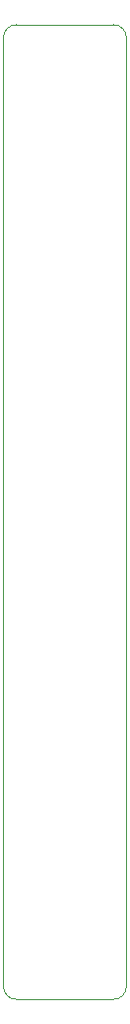
<source format=gbr>
G04 #@! TF.GenerationSoftware,KiCad,Pcbnew,(5.1.5)-3*
G04 #@! TF.CreationDate,2021-03-11T16:40:43+00:00*
G04 #@! TF.ProjectId,ProgrammingAdapter,50726f67-7261-46d6-9d69-6e6741646170,rev?*
G04 #@! TF.SameCoordinates,Original*
G04 #@! TF.FileFunction,Profile,NP*
%FSLAX46Y46*%
G04 Gerber Fmt 4.6, Leading zero omitted, Abs format (unit mm)*
G04 Created by KiCad (PCBNEW (5.1.5)-3) date 2021-03-11 16:40:43*
%MOMM*%
%LPD*%
G04 APERTURE LIST*
%ADD10C,0.050000*%
G04 APERTURE END LIST*
D10*
X50550000Y-48500000D02*
X50550000Y-42950000D01*
X50550000Y-79650000D02*
X50550000Y-74100000D01*
X50550000Y-74100000D02*
X50550000Y-48500000D01*
X50550000Y-113000000D02*
X50550000Y-79650000D01*
X50550000Y-118600000D02*
X50550000Y-113000000D01*
X50550000Y-122250000D02*
X50550000Y-118600000D01*
X50550000Y-41450000D02*
X50550000Y-42950000D01*
X61050000Y-74100000D02*
X61050000Y-122250000D01*
X61050000Y-122250000D02*
G75*
G02X59950000Y-123350000I-1100000J0D01*
G01*
X51650000Y-123350000D02*
G75*
G02X50550000Y-122250000I0J1100000D01*
G01*
X50550000Y-41450000D02*
G75*
G02X51650000Y-40350000I1100000J0D01*
G01*
X59950000Y-40350000D02*
G75*
G02X61050000Y-41450000I0J-1100000D01*
G01*
X59950000Y-40350000D02*
X51650000Y-40350000D01*
X61050000Y-74100000D02*
X61050000Y-41450000D01*
X51650000Y-123350000D02*
X59950000Y-123350000D01*
M02*

</source>
